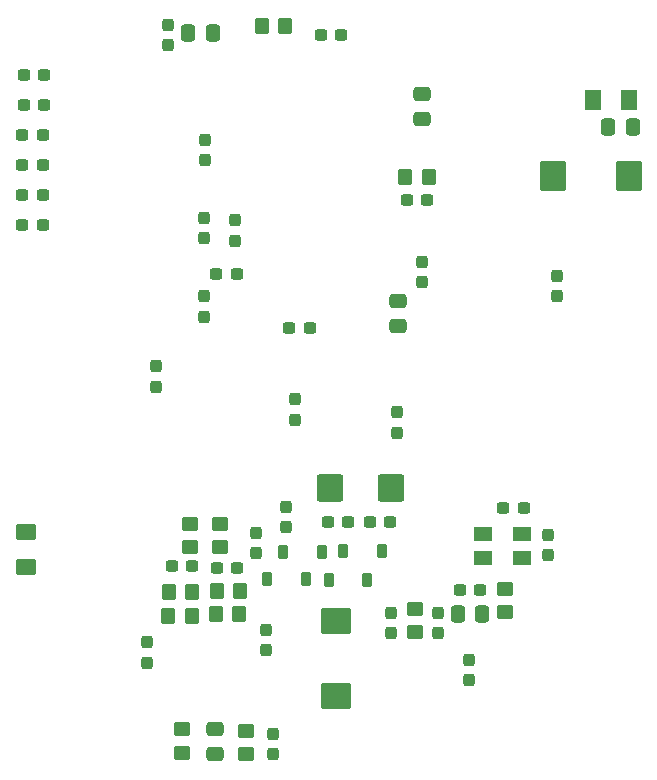
<source format=gbp>
G04 #@! TF.GenerationSoftware,KiCad,Pcbnew,7.0.2*
G04 #@! TF.CreationDate,2023-11-03T22:13:05+01:00*
G04 #@! TF.ProjectId,stm_audio_board_V2,73746d5f-6175-4646-996f-5f626f617264,rev?*
G04 #@! TF.SameCoordinates,Original*
G04 #@! TF.FileFunction,Paste,Bot*
G04 #@! TF.FilePolarity,Positive*
%FSLAX46Y46*%
G04 Gerber Fmt 4.6, Leading zero omitted, Abs format (unit mm)*
G04 Created by KiCad (PCBNEW 7.0.2) date 2023-11-03 22:13:05*
%MOMM*%
%LPD*%
G01*
G04 APERTURE LIST*
G04 Aperture macros list*
%AMRoundRect*
0 Rectangle with rounded corners*
0 $1 Rounding radius*
0 $2 $3 $4 $5 $6 $7 $8 $9 X,Y pos of 4 corners*
0 Add a 4 corners polygon primitive as box body*
4,1,4,$2,$3,$4,$5,$6,$7,$8,$9,$2,$3,0*
0 Add four circle primitives for the rounded corners*
1,1,$1+$1,$2,$3*
1,1,$1+$1,$4,$5*
1,1,$1+$1,$6,$7*
1,1,$1+$1,$8,$9*
0 Add four rect primitives between the rounded corners*
20,1,$1+$1,$2,$3,$4,$5,0*
20,1,$1+$1,$4,$5,$6,$7,0*
20,1,$1+$1,$6,$7,$8,$9,0*
20,1,$1+$1,$8,$9,$2,$3,0*%
G04 Aperture macros list end*
%ADD10RoundRect,0.225000X-0.225000X-0.375000X0.225000X-0.375000X0.225000X0.375000X-0.225000X0.375000X0*%
%ADD11RoundRect,0.237500X0.237500X-0.300000X0.237500X0.300000X-0.237500X0.300000X-0.237500X-0.300000X0*%
%ADD12RoundRect,0.237500X-0.237500X0.300000X-0.237500X-0.300000X0.237500X-0.300000X0.237500X0.300000X0*%
%ADD13RoundRect,0.237500X-0.300000X-0.237500X0.300000X-0.237500X0.300000X0.237500X-0.300000X0.237500X0*%
%ADD14RoundRect,0.250000X0.337500X0.475000X-0.337500X0.475000X-0.337500X-0.475000X0.337500X-0.475000X0*%
%ADD15RoundRect,0.250000X0.350000X0.450000X-0.350000X0.450000X-0.350000X-0.450000X0.350000X-0.450000X0*%
%ADD16R,1.600000X1.300000*%
%ADD17RoundRect,0.237500X0.300000X0.237500X-0.300000X0.237500X-0.300000X-0.237500X0.300000X-0.237500X0*%
%ADD18RoundRect,0.250001X-0.462499X-0.624999X0.462499X-0.624999X0.462499X0.624999X-0.462499X0.624999X0*%
%ADD19RoundRect,0.250000X-0.450000X0.350000X-0.450000X-0.350000X0.450000X-0.350000X0.450000X0.350000X0*%
%ADD20RoundRect,0.250000X-1.025000X0.875000X-1.025000X-0.875000X1.025000X-0.875000X1.025000X0.875000X0*%
%ADD21RoundRect,0.250000X-0.350000X-0.450000X0.350000X-0.450000X0.350000X0.450000X-0.350000X0.450000X0*%
%ADD22RoundRect,0.250001X-0.624999X0.462499X-0.624999X-0.462499X0.624999X-0.462499X0.624999X0.462499X0*%
%ADD23RoundRect,0.250000X-0.475000X0.337500X-0.475000X-0.337500X0.475000X-0.337500X0.475000X0.337500X0*%
%ADD24RoundRect,0.250000X-0.875000X-0.925000X0.875000X-0.925000X0.875000X0.925000X-0.875000X0.925000X0*%
%ADD25RoundRect,0.250000X0.450000X-0.350000X0.450000X0.350000X-0.450000X0.350000X-0.450000X-0.350000X0*%
%ADD26RoundRect,0.250000X0.475000X-0.337500X0.475000X0.337500X-0.475000X0.337500X-0.475000X-0.337500X0*%
%ADD27RoundRect,0.250000X0.875000X1.025000X-0.875000X1.025000X-0.875000X-1.025000X0.875000X-1.025000X0*%
G04 APERTURE END LIST*
D10*
X214670000Y-98075000D03*
X211370000Y-98075000D03*
X219770000Y-98025000D03*
X216470000Y-98025000D03*
X210030000Y-100425000D03*
X213330000Y-100425000D03*
X215230000Y-100475000D03*
X218530000Y-100475000D03*
D11*
X227089000Y-108985500D03*
X227089000Y-107260500D03*
D12*
X220543000Y-103238524D03*
X220543000Y-104963524D03*
D13*
X189314500Y-67885000D03*
X191039500Y-67885000D03*
D12*
X200657000Y-82378500D03*
X200657000Y-84103500D03*
D14*
X241010500Y-62163000D03*
X238935500Y-62163000D03*
D15*
X203674999Y-103569000D03*
X201674999Y-103569000D03*
D16*
X228309000Y-96595000D03*
X231609000Y-96595000D03*
X231609000Y-98595000D03*
X228309000Y-98595000D03*
D17*
X223603500Y-68346334D03*
X221878500Y-68346334D03*
D18*
X237663500Y-59817000D03*
X240638500Y-59817000D03*
D19*
X206063664Y-95711000D03*
X206063664Y-97711000D03*
D15*
X203709665Y-101537000D03*
X201709665Y-101537000D03*
D13*
X201966500Y-99315004D03*
X203691500Y-99315004D03*
D17*
X213643500Y-79177000D03*
X211918500Y-79177000D03*
D13*
X189314500Y-70431000D03*
X191039500Y-70431000D03*
D11*
X234540000Y-76447500D03*
X234540000Y-74722500D03*
D20*
X215838976Y-103913000D03*
X215838976Y-110313000D03*
D19*
X222541000Y-102901024D03*
X222541000Y-104901024D03*
D17*
X216900000Y-95600000D03*
X215175000Y-95600000D03*
D21*
X205761661Y-101409000D03*
X207761661Y-101409000D03*
D22*
X189617000Y-96439500D03*
X189617000Y-99414500D03*
D23*
X223107400Y-59338300D03*
X223107400Y-61413300D03*
D11*
X204781000Y-64941500D03*
X204781000Y-63216500D03*
D17*
X220465500Y-95583000D03*
X218740500Y-95583000D03*
D11*
X207321000Y-71753500D03*
X207321000Y-70028500D03*
D24*
X215382000Y-92710000D03*
X220482000Y-92710000D03*
D17*
X231755500Y-94385000D03*
X230030500Y-94385000D03*
D21*
X209582000Y-53594000D03*
X211582000Y-53594000D03*
D11*
X224525000Y-104963524D03*
X224525000Y-103238524D03*
D13*
X189314500Y-65339000D03*
X191039500Y-65339000D03*
X205761163Y-99451000D03*
X207486163Y-99451000D03*
X189432500Y-60267000D03*
X191157500Y-60267000D03*
D12*
X209081000Y-96506500D03*
X209081000Y-98231500D03*
D19*
X203488998Y-95711000D03*
X203488998Y-97711000D03*
D11*
X212393400Y-86910700D03*
X212393400Y-85185700D03*
D12*
X210531999Y-113501500D03*
X210531999Y-115226500D03*
D11*
X201605000Y-55223500D03*
X201605000Y-53498500D03*
D13*
X189426500Y-57727000D03*
X191151500Y-57727000D03*
D15*
X223727000Y-66384334D03*
X221727000Y-66384334D03*
D25*
X202808996Y-115127000D03*
X202808996Y-113127000D03*
D11*
X204653000Y-78195500D03*
X204653000Y-76470500D03*
D26*
X221086400Y-78960300D03*
X221086400Y-76885300D03*
D11*
X221013000Y-88023500D03*
X221013000Y-86298500D03*
D25*
X230173000Y-103225000D03*
X230173000Y-101225000D03*
D14*
X228259500Y-103322000D03*
X226184500Y-103322000D03*
D25*
X208262996Y-115241000D03*
X208262996Y-113241000D03*
D11*
X209908330Y-106429500D03*
X209908330Y-104704500D03*
D13*
X189314500Y-62793000D03*
X191039500Y-62793000D03*
D12*
X223163000Y-73552500D03*
X223163000Y-75277500D03*
D11*
X204653000Y-71561500D03*
X204653000Y-69836500D03*
D27*
X240633000Y-66257000D03*
X234233000Y-66257000D03*
D14*
X205450100Y-54178200D03*
X203375100Y-54178200D03*
D26*
X205609004Y-115210500D03*
X205609004Y-113135500D03*
D13*
X205738500Y-74575000D03*
X207463500Y-74575000D03*
D11*
X233831000Y-98361500D03*
X233831000Y-96636500D03*
D13*
X214564476Y-54315000D03*
X216289476Y-54315000D03*
D12*
X199896996Y-105748501D03*
X199896996Y-107473501D03*
D11*
X211671000Y-96033494D03*
X211671000Y-94308494D03*
D17*
X228089500Y-101297000D03*
X226364500Y-101297000D03*
D15*
X207693000Y-103377668D03*
X205693000Y-103377668D03*
M02*

</source>
